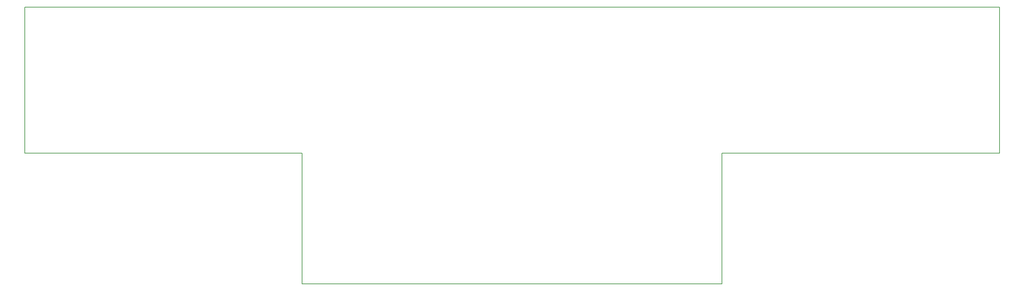
<source format=gbr>
%TF.GenerationSoftware,KiCad,Pcbnew,9.0.0*%
%TF.CreationDate,2025-03-17T14:32:25+01:00*%
%TF.ProjectId,pcb,7063622e-6b69-4636-9164-5f7063625858,v1.0.0*%
%TF.SameCoordinates,Original*%
%TF.FileFunction,Profile,NP*%
%FSLAX46Y46*%
G04 Gerber Fmt 4.6, Leading zero omitted, Abs format (unit mm)*
G04 Created by KiCad (PCBNEW 9.0.0) date 2025-03-17 14:32:25*
%MOMM*%
%LPD*%
G01*
G04 APERTURE LIST*
%TA.AperFunction,Profile*%
%ADD10C,0.150000*%
%TD*%
G04 APERTURE END LIST*
D10*
X89000000Y-110500000D02*
X89000000Y-72500000D01*
X89000000Y-72500000D02*
X342000000Y-72500000D01*
X342000000Y-72500000D02*
X342000000Y-110500000D01*
X342000000Y-110500000D02*
X270000000Y-110500000D01*
X270000000Y-110500000D02*
X270000000Y-144500000D01*
X270000000Y-144500000D02*
X161000000Y-144500000D01*
X161000000Y-144500000D02*
X161000000Y-110500000D01*
X161000000Y-110500000D02*
X89000000Y-110500000D01*
M02*

</source>
